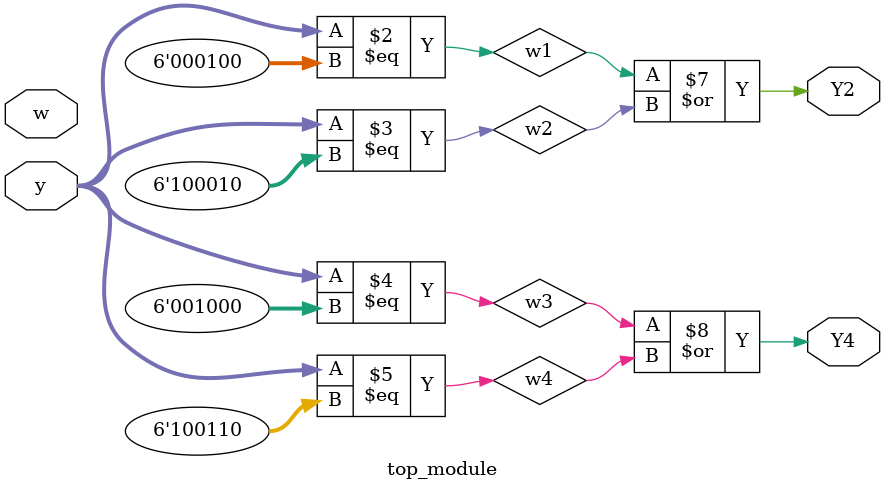
<source format=sv>
module top_module (
	input [6:1] y,
	input w,
	output reg Y2,
	output reg Y4
);

	// State set flip flops
	reg [5:0] state;
	wire w1, w2, w3, w4, w5, w6;

	always @(posedge w) begin
		case (state)
			6'b000001: state <= 6'b000010; // A -> B
			6'b000010: state <= 6'b000001; // A -> A
			6'b000100: state <= 6'b001000; // B -> D
			6'b001000: state <= 6'b010000; // B -> C
			6'b010000: state <= 6'b100000; // C -> E
			6'b100000: state <= 6'b001010; // C -> D
			6'b001010: state <= 6'b100110; // D -> F
			6'b100110: state <= 6'b100000; // F -> C
			default: state <= 6'b000001; // Reset to A
		endcase
	end

	// Output logic
	assign w1 = (y == 6'b000100); 
	assign w2 = (y == 6'b100010);
	assign w3 = (y == 6'b001000);
	assign w4 = (y == 6'b100110);

	always @(state) begin
		Y2 <= w1 | w2;
		Y4 <= w3 | w4;
	end

endmodule

</source>
